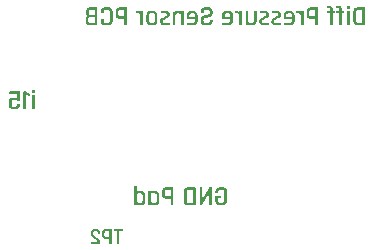
<source format=gbo>
G04*
G04 #@! TF.GenerationSoftware,Altium Limited,Altium Designer,24.1.2 (44)*
G04*
G04 Layer_Color=32896*
%FSLAX44Y44*%
%MOMM*%
G71*
G04*
G04 #@! TF.SameCoordinates,92EDBDDB-073E-4DD7-8E9B-4F7EAADC4A97*
G04*
G04*
G04 #@! TF.FilePolarity,Positive*
G04*
G01*
G75*
G36*
X150281Y39279D02*
X150744Y39187D01*
X151137Y39048D01*
X151461Y38909D01*
X151716Y38770D01*
X151901Y38631D01*
X151993Y38539D01*
X152040Y38516D01*
X152294Y38192D01*
X152502Y37845D01*
X152641Y37474D01*
X152734Y37127D01*
X152780Y36803D01*
X152803Y36549D01*
X152826Y36456D01*
Y36387D01*
Y36340D01*
Y36317D01*
Y35554D01*
X152803Y35438D01*
X152780Y35345D01*
X152734Y35299D01*
X152664Y35253D01*
X152549Y35207D01*
X151230D01*
X151114Y35230D01*
X151045Y35253D01*
X150952Y35392D01*
X150906Y35508D01*
Y35531D01*
Y35554D01*
Y36271D01*
X150883Y36549D01*
X150859Y36757D01*
X150813Y36942D01*
X150744Y37104D01*
X150674Y37220D01*
X150628Y37289D01*
X150605Y37336D01*
X150582Y37359D01*
X150443Y37474D01*
X150258Y37544D01*
X149911Y37636D01*
X149749Y37659D01*
X149610Y37683D01*
X148546D01*
X148291Y37659D01*
X148060Y37613D01*
X147851Y37544D01*
X147689Y37474D01*
X147550Y37359D01*
X147435Y37243D01*
X147250Y36988D01*
X147134Y36711D01*
X147088Y36502D01*
X147065Y36410D01*
Y36340D01*
Y36294D01*
Y36271D01*
Y35623D01*
X147111Y35276D01*
X147203Y34952D01*
X147365Y34651D01*
X147527Y34397D01*
X147712Y34189D01*
X147874Y34050D01*
X147967Y33934D01*
X148013Y33911D01*
X151716Y30903D01*
X151901Y30741D01*
X152063Y30579D01*
X152317Y30232D01*
X152502Y29885D01*
X152618Y29584D01*
X152711Y29283D01*
X152734Y29075D01*
X152757Y28982D01*
Y28913D01*
Y28890D01*
Y28867D01*
Y27062D01*
X152734Y26946D01*
X152688Y26876D01*
X152572Y26784D01*
X152433Y26738D01*
X145514D01*
X145399Y26761D01*
X145306Y26784D01*
X145260Y26830D01*
X145213Y26900D01*
X145167Y27015D01*
Y27039D01*
Y27062D01*
Y28103D01*
X145190Y28219D01*
X145213Y28288D01*
X145329Y28381D01*
X145468Y28427D01*
X150605D01*
Y29052D01*
X150582Y29237D01*
X150535Y29399D01*
X150466Y29561D01*
X150373Y29676D01*
X150304Y29792D01*
X150235Y29862D01*
X150188Y29908D01*
X150165Y29931D01*
X146394Y33008D01*
X146185Y33194D01*
X146000Y33402D01*
X145838Y33610D01*
X145699Y33818D01*
X145491Y34235D01*
X145352Y34628D01*
X145283Y34975D01*
X145260Y35114D01*
X145237Y35253D01*
X145213Y35369D01*
Y35438D01*
Y35484D01*
Y35508D01*
Y36317D01*
X145237Y36826D01*
X145329Y37266D01*
X145468Y37636D01*
X145607Y37960D01*
X145769Y38192D01*
X145885Y38377D01*
X145977Y38469D01*
X146023Y38516D01*
X146347Y38770D01*
X146694Y38978D01*
X147065Y39117D01*
X147435Y39210D01*
X147759Y39256D01*
X148013Y39302D01*
X149772D01*
X150281Y39279D01*
D02*
G37*
G36*
X172078D02*
X172171Y39256D01*
X172240Y39210D01*
X172286Y39140D01*
X172333Y39025D01*
Y39002D01*
Y38978D01*
Y37983D01*
X172310Y37868D01*
X172263Y37798D01*
X172148Y37706D01*
X172009Y37659D01*
X169510D01*
X169394Y37636D01*
X169325Y37567D01*
X169302Y37474D01*
Y37451D01*
Y27062D01*
X169278Y26946D01*
X169255Y26876D01*
X169116Y26784D01*
X169001Y26738D01*
X167728D01*
X167612Y26761D01*
X167520Y26784D01*
X167474Y26830D01*
X167427Y26900D01*
X167381Y27015D01*
Y27039D01*
Y27062D01*
Y37451D01*
X167358Y37567D01*
X167265Y37636D01*
X167196Y37659D01*
X164720D01*
X164604Y37683D01*
X164512Y37706D01*
X164442Y37752D01*
X164396Y37821D01*
X164350Y37937D01*
Y37960D01*
Y37983D01*
Y38978D01*
X164373Y39094D01*
X164396Y39163D01*
X164535Y39256D01*
X164650Y39302D01*
X171963D01*
X172078Y39279D01*
D02*
G37*
G36*
X162452D02*
X162545Y39256D01*
X162591Y39210D01*
X162637Y39140D01*
X162684Y39025D01*
Y39002D01*
Y38978D01*
Y27062D01*
X162661Y26946D01*
X162637Y26876D01*
X162499Y26784D01*
X162383Y26738D01*
X161110D01*
X160994Y26761D01*
X160925Y26784D01*
X160833Y26900D01*
X160786Y27015D01*
Y27039D01*
Y27062D01*
Y31019D01*
X160740Y31134D01*
X160671Y31180D01*
X160601Y31204D01*
X157686D01*
X157177Y31250D01*
X156737Y31342D01*
X156343Y31458D01*
X156043Y31620D01*
X155788Y31759D01*
X155603Y31898D01*
X155511Y31990D01*
X155464Y32013D01*
X155187Y32337D01*
X155001Y32708D01*
X154863Y33078D01*
X154747Y33425D01*
X154701Y33749D01*
X154677Y34003D01*
X154654Y34096D01*
Y34165D01*
Y34212D01*
Y34235D01*
Y36271D01*
X154677Y36780D01*
X154770Y37243D01*
X154909Y37613D01*
X155048Y37937D01*
X155210Y38192D01*
X155325Y38377D01*
X155418Y38469D01*
X155464Y38516D01*
X155788Y38770D01*
X156135Y38978D01*
X156505Y39117D01*
X156876Y39210D01*
X157200Y39256D01*
X157454Y39302D01*
X162337D01*
X162452Y39279D01*
D02*
G37*
G36*
X247080Y74737D02*
X247191Y74709D01*
X247246Y74654D01*
X247302Y74570D01*
X247357Y74432D01*
Y74404D01*
Y74376D01*
Y60079D01*
X247330Y59940D01*
X247302Y59857D01*
X247135Y59745D01*
X246996Y59690D01*
X245497D01*
X245358Y59718D01*
X245275Y59745D01*
X245164Y59884D01*
X245109Y60023D01*
Y60051D01*
Y60079D01*
Y70156D01*
X244998D01*
X239362Y60051D01*
X239279Y59940D01*
X239167Y59857D01*
X238973Y59745D01*
X238806Y59690D01*
X237474D01*
X237335Y59718D01*
X237252Y59745D01*
X237141Y59884D01*
X237085Y60023D01*
Y60051D01*
Y60079D01*
Y74376D01*
X237113Y74515D01*
X237141Y74598D01*
X237280Y74709D01*
X237418Y74765D01*
X238945D01*
X239084Y74737D01*
X239167Y74709D01*
X239279Y74570D01*
X239334Y74432D01*
Y74404D01*
Y74376D01*
Y64299D01*
X239445D01*
X245109Y74515D01*
X245247Y74654D01*
X245414Y74737D01*
X245581Y74765D01*
X246941D01*
X247080Y74737D01*
D02*
G37*
G36*
X257324D02*
X257879Y74626D01*
X258323Y74460D01*
X258712Y74293D01*
X259017Y74126D01*
X259240Y73960D01*
X259351Y73849D01*
X259406Y73821D01*
X259711Y73432D01*
X259961Y73016D01*
X260128Y72544D01*
X260239Y72127D01*
X260294Y71739D01*
X260322Y71406D01*
X260350Y71295D01*
Y71211D01*
Y71156D01*
Y71128D01*
Y63327D01*
X260322Y62716D01*
X260211Y62189D01*
X260045Y61717D01*
X259878Y61328D01*
X259711Y61023D01*
X259545Y60800D01*
X259434Y60689D01*
X259406Y60634D01*
X259017Y60328D01*
X258573Y60079D01*
X258129Y59912D01*
X257713Y59801D01*
X257324Y59745D01*
X256991Y59718D01*
X256880Y59690D01*
X254215D01*
X253604Y59718D01*
X253076Y59829D01*
X252604Y59995D01*
X252216Y60162D01*
X251910Y60328D01*
X251688Y60495D01*
X251577Y60606D01*
X251522Y60634D01*
X251189Y61023D01*
X250966Y61467D01*
X250800Y61911D01*
X250661Y62355D01*
X250606Y62744D01*
X250578Y63049D01*
X250550Y63160D01*
Y63244D01*
Y63299D01*
Y63327D01*
Y67269D01*
X250578Y67436D01*
X250633Y67547D01*
X250716Y67658D01*
X250800Y67713D01*
X250966Y67769D01*
X254992D01*
X255131Y67741D01*
X255242Y67713D01*
X255297Y67630D01*
X255353Y67575D01*
X255408Y67408D01*
Y67380D01*
Y67352D01*
Y66159D01*
X255381Y66020D01*
X255353Y65936D01*
X255186Y65825D01*
X255047Y65770D01*
X253104D01*
X252938Y65742D01*
X252854Y65659D01*
X252826Y65548D01*
Y65520D01*
Y63410D01*
X252854Y63105D01*
X252910Y62827D01*
X252993Y62605D01*
X253076Y62411D01*
X253215Y62244D01*
X253354Y62077D01*
X253659Y61883D01*
X253993Y61744D01*
X254242Y61689D01*
X254353Y61661D01*
X256380D01*
X256685Y61689D01*
X256935Y61744D01*
X257157Y61828D01*
X257352Y61939D01*
X257518Y62077D01*
X257657Y62216D01*
X257851Y62550D01*
X257990Y62855D01*
X258046Y63133D01*
X258074Y63244D01*
Y63327D01*
Y63382D01*
Y63410D01*
Y71045D01*
X258046Y71350D01*
X257990Y71628D01*
X257907Y71850D01*
X257796Y72044D01*
X257685Y72238D01*
X257546Y72377D01*
X257213Y72572D01*
X256908Y72710D01*
X256630Y72766D01*
X256547Y72794D01*
X254520D01*
X254215Y72766D01*
X253965Y72710D01*
X253743Y72627D01*
X253548Y72516D01*
X253382Y72377D01*
X253243Y72238D01*
X253048Y71933D01*
X252910Y71600D01*
X252854Y71322D01*
X252826Y71211D01*
Y71128D01*
Y71073D01*
Y71045D01*
Y70295D01*
X252799Y70156D01*
X252771Y70045D01*
X252715Y69990D01*
X252632Y69934D01*
X252493Y69879D01*
X250966D01*
X250828Y69907D01*
X250716Y69934D01*
X250661Y70017D01*
X250606Y70101D01*
X250550Y70240D01*
Y70267D01*
Y70295D01*
Y71128D01*
X250578Y71739D01*
X250689Y72294D01*
X250855Y72738D01*
X251022Y73127D01*
X251216Y73432D01*
X251355Y73654D01*
X251466Y73765D01*
X251522Y73821D01*
X251910Y74126D01*
X252327Y74376D01*
X252799Y74543D01*
X253215Y74654D01*
X253604Y74709D01*
X253937Y74765D01*
X256713D01*
X257324Y74737D01*
D02*
G37*
G36*
X233393D02*
X233504Y74709D01*
X233559Y74654D01*
X233615Y74570D01*
X233671Y74432D01*
Y74404D01*
Y74376D01*
Y60079D01*
X233643Y59940D01*
X233615Y59857D01*
X233448Y59745D01*
X233310Y59690D01*
X227480D01*
X226869Y59718D01*
X226341Y59829D01*
X225869Y59995D01*
X225481Y60162D01*
X225175Y60328D01*
X224953Y60495D01*
X224842Y60606D01*
X224787Y60634D01*
X224454Y61023D01*
X224231Y61467D01*
X224065Y61911D01*
X223926Y62355D01*
X223871Y62744D01*
X223843Y63049D01*
X223815Y63160D01*
Y63244D01*
Y63299D01*
Y63327D01*
Y71128D01*
X223843Y71739D01*
X223954Y72294D01*
X224120Y72738D01*
X224287Y73127D01*
X224481Y73432D01*
X224620Y73654D01*
X224731Y73765D01*
X224787Y73821D01*
X225175Y74126D01*
X225620Y74376D01*
X226064Y74543D01*
X226508Y74654D01*
X226896Y74709D01*
X227202Y74765D01*
X233254D01*
X233393Y74737D01*
D02*
G37*
G36*
X214764D02*
X214876Y74709D01*
X214931Y74654D01*
X214987Y74570D01*
X215042Y74432D01*
Y74404D01*
Y74376D01*
Y60079D01*
X215014Y59940D01*
X214987Y59857D01*
X214820Y59745D01*
X214681Y59690D01*
X213154D01*
X213015Y59718D01*
X212932Y59745D01*
X212821Y59884D01*
X212766Y60023D01*
Y60051D01*
Y60079D01*
Y64826D01*
X212710Y64965D01*
X212627Y65020D01*
X212544Y65048D01*
X209046D01*
X208435Y65104D01*
X207907Y65215D01*
X207435Y65353D01*
X207074Y65548D01*
X206769Y65714D01*
X206547Y65881D01*
X206436Y65992D01*
X206380Y66020D01*
X206047Y66409D01*
X205825Y66853D01*
X205658Y67297D01*
X205520Y67713D01*
X205464Y68102D01*
X205436Y68407D01*
X205409Y68518D01*
Y68602D01*
Y68657D01*
Y68685D01*
Y71128D01*
X205436Y71739D01*
X205547Y72294D01*
X205714Y72738D01*
X205881Y73127D01*
X206075Y73432D01*
X206214Y73654D01*
X206325Y73765D01*
X206380Y73821D01*
X206769Y74126D01*
X207185Y74376D01*
X207630Y74543D01*
X208074Y74654D01*
X208462Y74709D01*
X208768Y74765D01*
X214626D01*
X214764Y74737D01*
D02*
G37*
G36*
X200078Y71628D02*
X200606Y71517D01*
X201078Y71350D01*
X201466Y71184D01*
X201772Y70989D01*
X201994Y70850D01*
X202105Y70739D01*
X202160Y70684D01*
X202466Y70295D01*
X202716Y69879D01*
X202882Y69434D01*
X202993Y68990D01*
X203049Y68602D01*
X203077Y68296D01*
X203104Y68185D01*
Y68102D01*
Y68046D01*
Y68019D01*
Y63327D01*
X203077Y62716D01*
X202966Y62189D01*
X202799Y61717D01*
X202632Y61328D01*
X202466Y61023D01*
X202299Y60800D01*
X202188Y60689D01*
X202160Y60634D01*
X201772Y60328D01*
X201328Y60079D01*
X200883Y59912D01*
X200439Y59801D01*
X200051Y59745D01*
X199745Y59718D01*
X199634Y59690D01*
X198551D01*
X198218Y59718D01*
X197913Y59745D01*
X197663Y59801D01*
X197413Y59884D01*
X196997Y60079D01*
X196663Y60301D01*
X196441Y60523D01*
X196275Y60717D01*
X196192Y60856D01*
X196164Y60911D01*
X196080D01*
Y60079D01*
X196053Y59940D01*
X196025Y59857D01*
X195858Y59745D01*
X195720Y59690D01*
X194193D01*
X194054Y59718D01*
X193943Y59745D01*
X193887Y59801D01*
X193832Y59884D01*
X193776Y60023D01*
Y60051D01*
Y60079D01*
Y71267D01*
X193804Y71406D01*
X193832Y71489D01*
X193971Y71600D01*
X194137Y71656D01*
X199468D01*
X200078Y71628D01*
D02*
G37*
G36*
X183671Y76153D02*
X183754Y76125D01*
X183865Y75986D01*
X183921Y75848D01*
Y75820D01*
Y75792D01*
Y70406D01*
X184032D01*
X184143Y70628D01*
X184282Y70823D01*
X184615Y71128D01*
X185003Y71350D01*
X185392Y71489D01*
X185753Y71600D01*
X186086Y71628D01*
X186197Y71656D01*
X187585D01*
X188196Y71628D01*
X188696Y71517D01*
X189168Y71350D01*
X189529Y71184D01*
X189806Y71017D01*
X190028Y70850D01*
X190139Y70739D01*
X190195Y70712D01*
X190500Y70323D01*
X190695Y69907D01*
X190861Y69434D01*
X190972Y69018D01*
X191028Y68629D01*
X191056Y68296D01*
X191083Y68185D01*
Y68102D01*
Y68046D01*
Y68019D01*
Y63327D01*
X191056Y62716D01*
X190944Y62161D01*
X190806Y61717D01*
X190639Y61328D01*
X190473Y61023D01*
X190334Y60800D01*
X190223Y60689D01*
X190195Y60634D01*
X189806Y60328D01*
X189390Y60079D01*
X188973Y59912D01*
X188557Y59801D01*
X188168Y59745D01*
X187863Y59718D01*
X187752Y59690D01*
X186364D01*
X186031Y59718D01*
X185753Y59745D01*
X185226Y59884D01*
X184837Y60079D01*
X184531Y60301D01*
X184282Y60523D01*
X184143Y60717D01*
X184060Y60856D01*
X184032Y60911D01*
X183921D01*
Y60079D01*
X183893Y59940D01*
X183865Y59857D01*
X183726Y59745D01*
X183587Y59690D01*
X182033D01*
X181894Y59718D01*
X181811Y59745D01*
X181700Y59884D01*
X181644Y60023D01*
Y60051D01*
Y60079D01*
Y75792D01*
X181672Y75931D01*
X181700Y76014D01*
X181838Y76125D01*
X181977Y76181D01*
X183532D01*
X183671Y76153D01*
D02*
G37*
G36*
X97540Y157405D02*
X97623Y157378D01*
X97734Y157266D01*
X97790Y157128D01*
Y157100D01*
Y157072D01*
Y154934D01*
X97762Y154796D01*
X97734Y154684D01*
X97679Y154629D01*
X97596Y154573D01*
X97457Y154518D01*
X95874D01*
X95763Y154546D01*
X95652Y154573D01*
X95569Y154740D01*
X95513Y154879D01*
Y154907D01*
Y154934D01*
Y157072D01*
X95541Y157183D01*
X95569Y157294D01*
X95680Y157378D01*
X95819Y157433D01*
X97401D01*
X97540Y157405D01*
D02*
G37*
G36*
X89989Y156017D02*
X90239Y155934D01*
X90322Y155878D01*
X90405Y155823D01*
X90461Y155795D01*
X90489D01*
X92932Y154324D01*
X93043Y154240D01*
X93126Y154157D01*
X93209Y153963D01*
X93265Y153824D01*
Y153796D01*
Y153768D01*
Y152380D01*
X93237Y152241D01*
X93181Y152158D01*
X93126Y152103D01*
X92876D01*
X92821Y152130D01*
X92793D01*
X90239Y153630D01*
Y141359D01*
X90211Y141220D01*
X90183Y141137D01*
X90017Y141025D01*
X89878Y140970D01*
X88295D01*
X88184Y140998D01*
X88073Y141025D01*
X87990Y141164D01*
X87934Y141303D01*
Y141331D01*
Y141359D01*
Y155656D01*
X87962Y155795D01*
X87990Y155878D01*
X88129Y155989D01*
X88268Y156045D01*
X89739D01*
X89989Y156017D01*
D02*
G37*
G36*
X84575D02*
X84686Y155989D01*
X84742Y155934D01*
X84797Y155850D01*
X84853Y155712D01*
Y155684D01*
Y155656D01*
Y148272D01*
X84825Y148133D01*
X84797Y148049D01*
X84631Y147938D01*
X84492Y147883D01*
X82965D01*
X82826Y147910D01*
X82687Y147966D01*
X82493Y148160D01*
X82382Y148355D01*
X82326Y148410D01*
Y148438D01*
X82243Y148549D01*
X82104Y148660D01*
X82021Y148743D01*
X81966Y148771D01*
X81716Y148882D01*
X81466Y148910D01*
X81355Y148938D01*
X79745D01*
X79384Y148910D01*
X79106Y148882D01*
X78856Y148799D01*
X78662Y148716D01*
X78523Y148632D01*
X78440Y148577D01*
X78384Y148521D01*
X78356Y148494D01*
X78218Y148299D01*
X78107Y148077D01*
X78051Y147827D01*
X77996Y147577D01*
X77968Y147355D01*
X77940Y147161D01*
Y147050D01*
Y146994D01*
Y144607D01*
X77968Y144302D01*
X78023Y144052D01*
X78107Y143829D01*
X78218Y143635D01*
X78329Y143469D01*
X78495Y143330D01*
X78801Y143135D01*
X79106Y142997D01*
X79384Y142941D01*
X79495Y142913D01*
X81022D01*
X81327Y142941D01*
X81577Y142997D01*
X81799Y143080D01*
X81993Y143191D01*
X82160Y143302D01*
X82299Y143441D01*
X82493Y143774D01*
X82632Y144079D01*
X82687Y144357D01*
X82715Y144440D01*
Y144524D01*
Y144579D01*
Y144607D01*
Y145218D01*
X82743Y145356D01*
X82771Y145468D01*
X82826Y145523D01*
X82909Y145578D01*
X83048Y145634D01*
X84575D01*
X84714Y145606D01*
X84825Y145578D01*
X84881Y145495D01*
X84936Y145440D01*
X84992Y145273D01*
Y145245D01*
Y145218D01*
Y144607D01*
X84964Y143996D01*
X84853Y143469D01*
X84686Y142997D01*
X84520Y142608D01*
X84353Y142303D01*
X84186Y142080D01*
X84075Y141969D01*
X84048Y141914D01*
X83659Y141608D01*
X83215Y141359D01*
X82771Y141192D01*
X82326Y141081D01*
X81938Y141025D01*
X81632Y140998D01*
X81521Y140970D01*
X79356D01*
X78745Y140998D01*
X78218Y141109D01*
X77746Y141275D01*
X77357Y141442D01*
X77052Y141608D01*
X76830Y141775D01*
X76719Y141886D01*
X76663Y141914D01*
X76330Y142303D01*
X76108Y142747D01*
X75941Y143191D01*
X75802Y143635D01*
X75747Y144024D01*
X75719Y144329D01*
X75691Y144440D01*
Y144524D01*
Y144579D01*
Y144607D01*
Y147327D01*
X75719Y147938D01*
X75830Y148466D01*
X75969Y148910D01*
X76136Y149271D01*
X76330Y149549D01*
X76469Y149743D01*
X76580Y149882D01*
X76607Y149909D01*
X76968Y150215D01*
X77385Y150437D01*
X77801Y150576D01*
X78218Y150687D01*
X78606Y150742D01*
X78912Y150798D01*
X80577D01*
X81105Y150742D01*
X81549Y150631D01*
X81882Y150437D01*
X82132Y150243D01*
X82326Y150021D01*
X82465Y149826D01*
X82521Y149715D01*
X82549Y149660D01*
Y153907D01*
X76469D01*
X76330Y153935D01*
X76219Y153963D01*
X76163Y154046D01*
X76108Y154129D01*
X76052Y154268D01*
Y154296D01*
Y154324D01*
Y155656D01*
X76080Y155795D01*
X76108Y155878D01*
X76247Y155989D01*
X76413Y156045D01*
X84436D01*
X84575Y156017D01*
D02*
G37*
G36*
X97540Y152908D02*
X97623Y152880D01*
X97734Y152741D01*
X97790Y152602D01*
Y152575D01*
Y152547D01*
Y141359D01*
X97762Y141220D01*
X97734Y141137D01*
X97596Y141025D01*
X97457Y140970D01*
X95736D01*
X95652Y140998D01*
X95625Y141025D01*
X95597D01*
X95541Y141109D01*
X95513Y141220D01*
Y141331D01*
Y141359D01*
Y152547D01*
X95541Y152686D01*
X95569Y152769D01*
X95708Y152880D01*
X95847Y152935D01*
X97401D01*
X97540Y152908D01*
D02*
G37*
G36*
X364003Y228525D02*
X364086Y228498D01*
X364197Y228386D01*
X364253Y228248D01*
Y228220D01*
Y228192D01*
Y226054D01*
X364225Y225916D01*
X364197Y225805D01*
X364142Y225749D01*
X364058Y225693D01*
X363920Y225638D01*
X362337D01*
X362226Y225666D01*
X362115Y225693D01*
X362032Y225860D01*
X361976Y225999D01*
Y226027D01*
Y226054D01*
Y228192D01*
X362004Y228303D01*
X362032Y228414D01*
X362143Y228498D01*
X362282Y228553D01*
X363864D01*
X364003Y228525D01*
D02*
G37*
G36*
X223332Y224028D02*
X223415Y224000D01*
X223526Y223861D01*
X223582Y223722D01*
Y223695D01*
Y223667D01*
Y212479D01*
X223554Y212340D01*
X223526Y212257D01*
X223387Y212146D01*
X223249Y212090D01*
X221722D01*
X221583Y212118D01*
X221472Y212146D01*
X221416Y212201D01*
X221361Y212284D01*
X221305Y212423D01*
Y212451D01*
Y212479D01*
Y220058D01*
X221278Y220419D01*
X221222Y220724D01*
X221139Y220974D01*
X221000Y221224D01*
X220861Y221418D01*
X220695Y221557D01*
X220528Y221696D01*
X220334Y221807D01*
X220000Y221946D01*
X219695Y222029D01*
X219556Y222057D01*
X218279D01*
X217974Y222029D01*
X217724Y221973D01*
X217474Y221890D01*
X217280Y221779D01*
X217113Y221640D01*
X216974Y221501D01*
X216780Y221196D01*
X216641Y220863D01*
X216586Y220585D01*
X216558Y220474D01*
Y220391D01*
Y220335D01*
Y220308D01*
Y212479D01*
X216530Y212340D01*
X216502Y212257D01*
X216364Y212146D01*
X216225Y212090D01*
X214698D01*
X214559Y212118D01*
X214448Y212146D01*
X214365Y212201D01*
X214309Y212284D01*
X214254Y212423D01*
Y212451D01*
Y212479D01*
Y220419D01*
X214281Y221029D01*
X214393Y221585D01*
X214531Y222029D01*
X214698Y222418D01*
X214892Y222723D01*
X215031Y222945D01*
X215142Y223056D01*
X215170Y223112D01*
X215558Y223417D01*
X215975Y223667D01*
X216419Y223833D01*
X216835Y223944D01*
X217224Y224000D01*
X217530Y224056D01*
X219168D01*
X219445Y224000D01*
X219973Y223861D01*
X220389Y223667D01*
X220695Y223445D01*
X220944Y223195D01*
X221111Y223001D01*
X221194Y222862D01*
X221222Y222834D01*
Y222806D01*
X221305D01*
Y223667D01*
X221333Y223806D01*
X221361Y223889D01*
X221500Y224000D01*
X221666Y224056D01*
X223193D01*
X223332Y224028D01*
D02*
G37*
G36*
X324886D02*
X324969Y224000D01*
X325080Y223861D01*
X325136Y223722D01*
Y223695D01*
Y223667D01*
Y212479D01*
X325108Y212340D01*
X325080Y212257D01*
X324941Y212146D01*
X324803Y212090D01*
X323276D01*
X323137Y212118D01*
X323026Y212146D01*
X322970Y212201D01*
X322915Y212284D01*
X322859Y212423D01*
Y212451D01*
Y212479D01*
Y219919D01*
X322832Y220308D01*
X322776Y220613D01*
X322693Y220918D01*
X322554Y221168D01*
X322415Y221363D01*
X322249Y221529D01*
X322054Y221668D01*
X321888Y221779D01*
X321527Y221946D01*
X321221Y222029D01*
X321083Y222057D01*
X319361D01*
X319278Y222084D01*
X319167Y222223D01*
X319111Y222390D01*
Y222418D01*
Y222445D01*
Y223667D01*
X319139Y223806D01*
X319167Y223889D01*
X319306Y224000D01*
X319445Y224056D01*
X320361D01*
X320666Y224028D01*
X320944Y224000D01*
X321194Y223944D01*
X321416Y223889D01*
X321610Y223806D01*
X321749Y223750D01*
X321832Y223722D01*
X321860Y223695D01*
X322082Y223556D01*
X322276Y223417D01*
X322443Y223250D01*
X322554Y223112D01*
X322665Y222973D01*
X322721Y222862D01*
X322776Y222778D01*
Y222751D01*
X322859D01*
Y223667D01*
X322887Y223806D01*
X322915Y223889D01*
X323054Y224000D01*
X323220Y224056D01*
X324747D01*
X324886Y224028D01*
D02*
G37*
G36*
X272832D02*
X272915Y224000D01*
X273026Y223861D01*
X273082Y223722D01*
Y223695D01*
Y223667D01*
Y212479D01*
X273054Y212340D01*
X273026Y212257D01*
X272887Y212146D01*
X272749Y212090D01*
X271222D01*
X271083Y212118D01*
X270972Y212146D01*
X270916Y212201D01*
X270861Y212284D01*
X270805Y212423D01*
Y212451D01*
Y212479D01*
Y219919D01*
X270777Y220308D01*
X270722Y220613D01*
X270639Y220918D01*
X270500Y221168D01*
X270361Y221363D01*
X270194Y221529D01*
X270000Y221668D01*
X269834Y221779D01*
X269473Y221946D01*
X269167Y222029D01*
X269028Y222057D01*
X267307D01*
X267224Y222084D01*
X267113Y222223D01*
X267057Y222390D01*
Y222418D01*
Y222445D01*
Y223667D01*
X267085Y223806D01*
X267113Y223889D01*
X267252Y224000D01*
X267390Y224056D01*
X268307D01*
X268612Y224028D01*
X268890Y224000D01*
X269139Y223944D01*
X269362Y223889D01*
X269556Y223806D01*
X269695Y223750D01*
X269778Y223722D01*
X269806Y223695D01*
X270028Y223556D01*
X270222Y223417D01*
X270389Y223250D01*
X270500Y223112D01*
X270611Y222973D01*
X270666Y222862D01*
X270722Y222778D01*
Y222751D01*
X270805D01*
Y223667D01*
X270833Y223806D01*
X270861Y223889D01*
X271000Y224000D01*
X271166Y224056D01*
X272693D01*
X272832Y224028D01*
D02*
G37*
G36*
X189101D02*
X189184Y224000D01*
X189295Y223861D01*
X189351Y223722D01*
Y223695D01*
Y223667D01*
Y212479D01*
X189323Y212340D01*
X189295Y212257D01*
X189157Y212146D01*
X189018Y212090D01*
X187491D01*
X187352Y212118D01*
X187241Y212146D01*
X187185Y212201D01*
X187130Y212284D01*
X187075Y212423D01*
Y212451D01*
Y212479D01*
Y219919D01*
X187047Y220308D01*
X186991Y220613D01*
X186908Y220918D01*
X186769Y221168D01*
X186630Y221363D01*
X186464Y221529D01*
X186269Y221668D01*
X186103Y221779D01*
X185742Y221946D01*
X185436Y222029D01*
X185298Y222057D01*
X183576D01*
X183493Y222084D01*
X183382Y222223D01*
X183327Y222390D01*
Y222418D01*
Y222445D01*
Y223667D01*
X183354Y223806D01*
X183382Y223889D01*
X183521Y224000D01*
X183660Y224056D01*
X184576D01*
X184881Y224028D01*
X185159Y224000D01*
X185409Y223944D01*
X185631Y223889D01*
X185825Y223806D01*
X185964Y223750D01*
X186047Y223722D01*
X186075Y223695D01*
X186297Y223556D01*
X186491Y223417D01*
X186658Y223250D01*
X186769Y223112D01*
X186880Y222973D01*
X186936Y222862D01*
X186991Y222778D01*
Y222751D01*
X187075D01*
Y223667D01*
X187102Y223806D01*
X187130Y223889D01*
X187269Y224000D01*
X187435Y224056D01*
X188962D01*
X189101Y224028D01*
D02*
G37*
G36*
X285103D02*
X285186Y224000D01*
X285297Y223861D01*
X285353Y223722D01*
Y223695D01*
Y223667D01*
Y215727D01*
X285325Y215116D01*
X285214Y214561D01*
X285075Y214117D01*
X284908Y213728D01*
X284742Y213423D01*
X284603Y213200D01*
X284492Y213089D01*
X284464Y213034D01*
X284076Y212729D01*
X283659Y212479D01*
X283243Y212312D01*
X282826Y212201D01*
X282438Y212146D01*
X282132Y212118D01*
X282021Y212090D01*
X280800D01*
X280466Y212118D01*
X280189Y212146D01*
X279661Y212284D01*
X279273Y212479D01*
X278940Y212701D01*
X278717Y212923D01*
X278551Y213117D01*
X278468Y213256D01*
X278440Y213312D01*
X278329D01*
Y212479D01*
X278301Y212340D01*
X278273Y212257D01*
X278134Y212146D01*
X277996Y212090D01*
X276469D01*
X276330Y212118D01*
X276219Y212146D01*
X276163Y212201D01*
X276108Y212284D01*
X276052Y212423D01*
Y212451D01*
Y212479D01*
Y223667D01*
X276080Y223806D01*
X276108Y223889D01*
X276247Y224000D01*
X276413Y224056D01*
X277940D01*
X278079Y224028D01*
X278162Y224000D01*
X278273Y223861D01*
X278329Y223722D01*
Y223695D01*
Y223667D01*
Y216060D01*
X278357Y215699D01*
X278412Y215394D01*
X278495Y215144D01*
X278634Y214894D01*
X278773Y214700D01*
X278940Y214561D01*
X279106Y214422D01*
X279300Y214311D01*
X279661Y214172D01*
X279967Y214089D01*
X280106D01*
X280189Y214061D01*
X281383D01*
X281688Y214089D01*
X281938Y214144D01*
X282160Y214228D01*
X282354Y214339D01*
X282521Y214478D01*
X282660Y214616D01*
X282854Y214949D01*
X282993Y215255D01*
X283048Y215532D01*
X283076Y215644D01*
Y215727D01*
Y215782D01*
Y215810D01*
Y223667D01*
X283104Y223806D01*
X283132Y223889D01*
X283270Y224000D01*
X283437Y224056D01*
X284964D01*
X285103Y224028D01*
D02*
G37*
G36*
X160450Y227137D02*
X161006Y227026D01*
X161450Y226859D01*
X161839Y226693D01*
X162144Y226526D01*
X162366Y226360D01*
X162477Y226249D01*
X162533Y226221D01*
X162838Y225832D01*
X163088Y225416D01*
X163255Y224944D01*
X163365Y224527D01*
X163421Y224139D01*
X163449Y223806D01*
X163477Y223695D01*
Y223611D01*
Y223556D01*
Y223528D01*
Y215727D01*
X163449Y215116D01*
X163338Y214589D01*
X163171Y214117D01*
X163005Y213728D01*
X162838Y213423D01*
X162672Y213200D01*
X162560Y213089D01*
X162533Y213034D01*
X162144Y212729D01*
X161700Y212479D01*
X161256Y212312D01*
X160839Y212201D01*
X160450Y212146D01*
X160117Y212118D01*
X160006Y212090D01*
X157119D01*
X156508Y212118D01*
X155981Y212229D01*
X155509Y212395D01*
X155148Y212562D01*
X154843Y212729D01*
X154620Y212895D01*
X154509Y213006D01*
X154454Y213034D01*
X154121Y213423D01*
X153899Y213867D01*
X153732Y214311D01*
X153593Y214755D01*
X153538Y215144D01*
X153510Y215449D01*
X153482Y215560D01*
Y215644D01*
Y215699D01*
Y215727D01*
Y216837D01*
X153510Y216976D01*
X153538Y217087D01*
X153621Y217143D01*
X153677Y217198D01*
X153843Y217254D01*
X155370D01*
X155509Y217226D01*
X155620Y217198D01*
X155675Y217115D01*
X155731Y217059D01*
X155787Y216893D01*
Y216865D01*
Y216837D01*
Y215810D01*
X155814Y215505D01*
X155870Y215227D01*
X155953Y215005D01*
X156036Y214811D01*
X156175Y214644D01*
X156314Y214478D01*
X156619Y214283D01*
X156952Y214144D01*
X157202Y214089D01*
X157313Y214061D01*
X159507D01*
X159812Y214089D01*
X160062Y214144D01*
X160284Y214228D01*
X160478Y214339D01*
X160645Y214478D01*
X160784Y214616D01*
X160978Y214949D01*
X161117Y215255D01*
X161172Y215532D01*
X161200Y215644D01*
Y215727D01*
Y215782D01*
Y215810D01*
Y223445D01*
X161172Y223750D01*
X161117Y224028D01*
X161033Y224250D01*
X160923Y224444D01*
X160811Y224639D01*
X160673Y224777D01*
X160340Y224972D01*
X160034Y225110D01*
X159756Y225166D01*
X159673Y225194D01*
X157480D01*
X157175Y225166D01*
X156925Y225110D01*
X156703Y225027D01*
X156508Y224916D01*
X156342Y224777D01*
X156203Y224639D01*
X156009Y224333D01*
X155870Y224000D01*
X155814Y223722D01*
X155787Y223611D01*
Y223528D01*
Y223472D01*
Y223445D01*
Y222418D01*
X155759Y222279D01*
X155731Y222168D01*
X155648Y222112D01*
X155564Y222057D01*
X155426Y222001D01*
X153899D01*
X153760Y222029D01*
X153649Y222057D01*
X153593Y222140D01*
X153538Y222223D01*
X153482Y222362D01*
Y222390D01*
Y222418D01*
Y223528D01*
X153510Y224139D01*
X153621Y224694D01*
X153788Y225138D01*
X153954Y225527D01*
X154149Y225832D01*
X154287Y226054D01*
X154398Y226165D01*
X154454Y226221D01*
X154843Y226526D01*
X155259Y226776D01*
X155703Y226943D01*
X156147Y227054D01*
X156536Y227109D01*
X156841Y227165D01*
X159840D01*
X160450Y227137D01*
D02*
G37*
G36*
X376912D02*
X377023Y227109D01*
X377079Y227054D01*
X377135Y226971D01*
X377190Y226832D01*
Y226804D01*
Y226776D01*
Y212479D01*
X377162Y212340D01*
X377135Y212257D01*
X376968Y212146D01*
X376829Y212090D01*
X370999D01*
X370388Y212118D01*
X369861Y212229D01*
X369389Y212395D01*
X369000Y212562D01*
X368695Y212729D01*
X368473Y212895D01*
X368362Y213006D01*
X368306Y213034D01*
X367973Y213423D01*
X367751Y213867D01*
X367584Y214311D01*
X367445Y214755D01*
X367390Y215144D01*
X367362Y215449D01*
X367334Y215560D01*
Y215644D01*
Y215699D01*
Y215727D01*
Y223528D01*
X367362Y224139D01*
X367473Y224694D01*
X367640Y225138D01*
X367806Y225527D01*
X368001Y225832D01*
X368139Y226054D01*
X368251Y226165D01*
X368306Y226221D01*
X368695Y226526D01*
X369139Y226776D01*
X369583Y226943D01*
X370027Y227054D01*
X370416Y227109D01*
X370721Y227165D01*
X376774D01*
X376912Y227137D01*
D02*
G37*
G36*
X364003Y224028D02*
X364086Y224000D01*
X364197Y223861D01*
X364253Y223722D01*
Y223695D01*
Y223667D01*
Y212479D01*
X364225Y212340D01*
X364197Y212257D01*
X364058Y212146D01*
X363920Y212090D01*
X362198D01*
X362115Y212118D01*
X362087Y212146D01*
X362060D01*
X362004Y212229D01*
X361976Y212340D01*
Y212451D01*
Y212479D01*
Y223667D01*
X362004Y223806D01*
X362032Y223889D01*
X362171Y224000D01*
X362309Y224056D01*
X363864D01*
X364003Y224028D01*
D02*
G37*
G36*
X354925Y228553D02*
X355452Y228442D01*
X355896Y228275D01*
X356257Y228109D01*
X356563Y227942D01*
X356757Y227776D01*
X356868Y227665D01*
X356924Y227637D01*
X357229Y227248D01*
X357423Y226832D01*
X357590Y226388D01*
X357701Y225971D01*
X357757Y225582D01*
X357784Y225249D01*
X357812Y225138D01*
Y225055D01*
Y224999D01*
Y224972D01*
Y224278D01*
X357868Y224139D01*
X357951Y224083D01*
X358034Y224056D01*
X359478D01*
X359561Y224028D01*
X359617Y224000D01*
X359644Y223972D01*
X359700Y223889D01*
X359728Y223778D01*
Y223695D01*
Y223667D01*
Y222445D01*
X359700Y222306D01*
X359672Y222223D01*
X359506Y222112D01*
X359367Y222057D01*
X358090D01*
X357923Y222029D01*
X357840Y221946D01*
X357812Y221862D01*
Y221835D01*
Y212479D01*
X357784Y212340D01*
X357757Y212257D01*
X357618Y212146D01*
X357479Y212090D01*
X355952D01*
X355813Y212118D01*
X355702Y212146D01*
X355619Y212201D01*
X355563Y212284D01*
X355508Y212423D01*
Y212451D01*
Y212479D01*
Y221835D01*
X355480Y221973D01*
X355397Y222029D01*
X355313Y222057D01*
X353315D01*
X353176Y222084D01*
X353065Y222112D01*
X353009Y222168D01*
X352954Y222251D01*
X352898Y222390D01*
Y222418D01*
Y222445D01*
Y223667D01*
X352926Y223806D01*
X352954Y223889D01*
X353092Y224000D01*
X353259Y224056D01*
X355286D01*
X355424Y224083D01*
X355480Y224167D01*
X355508Y224250D01*
Y224278D01*
Y224861D01*
X355480Y225194D01*
X355452Y225444D01*
X355397Y225666D01*
X355341Y225860D01*
X355286Y225999D01*
X355230Y226082D01*
X355175Y226138D01*
Y226165D01*
X355036Y226304D01*
X354841Y226415D01*
X354647Y226471D01*
X354453Y226526D01*
X354258Y226554D01*
X354120Y226582D01*
X353287D01*
X353148Y226610D01*
X353065Y226637D01*
X352954Y226804D01*
X352898Y226943D01*
Y226971D01*
Y226998D01*
Y228220D01*
X352926Y228331D01*
X352954Y228442D01*
X353092Y228525D01*
X353231Y228581D01*
X354314D01*
X354925Y228553D01*
D02*
G37*
G36*
X347040D02*
X347568Y228442D01*
X348012Y228275D01*
X348373Y228109D01*
X348678Y227942D01*
X348873Y227776D01*
X348984Y227665D01*
X349039Y227637D01*
X349344Y227248D01*
X349539Y226832D01*
X349705Y226388D01*
X349817Y225971D01*
X349872Y225582D01*
X349900Y225249D01*
X349927Y225138D01*
Y225055D01*
Y224999D01*
Y224972D01*
Y224278D01*
X349983Y224139D01*
X350066Y224083D01*
X350150Y224056D01*
X351593D01*
X351676Y224028D01*
X351732Y224000D01*
X351760Y223972D01*
X351815Y223889D01*
X351843Y223778D01*
Y223695D01*
Y223667D01*
Y222445D01*
X351815Y222306D01*
X351788Y222223D01*
X351621Y222112D01*
X351482Y222057D01*
X350205D01*
X350039Y222029D01*
X349955Y221946D01*
X349927Y221862D01*
Y221835D01*
Y212479D01*
X349900Y212340D01*
X349872Y212257D01*
X349733Y212146D01*
X349594Y212090D01*
X348068D01*
X347929Y212118D01*
X347818Y212146D01*
X347734Y212201D01*
X347679Y212284D01*
X347623Y212423D01*
Y212451D01*
Y212479D01*
Y221835D01*
X347595Y221973D01*
X347512Y222029D01*
X347429Y222057D01*
X345430D01*
X345291Y222084D01*
X345180Y222112D01*
X345125Y222168D01*
X345069Y222251D01*
X345014Y222390D01*
Y222418D01*
Y222445D01*
Y223667D01*
X345041Y223806D01*
X345069Y223889D01*
X345208Y224000D01*
X345374Y224056D01*
X347401D01*
X347540Y224083D01*
X347595Y224167D01*
X347623Y224250D01*
Y224278D01*
Y224861D01*
X347595Y225194D01*
X347568Y225444D01*
X347512Y225666D01*
X347457Y225860D01*
X347401Y225999D01*
X347346Y226082D01*
X347290Y226138D01*
Y226165D01*
X347151Y226304D01*
X346957Y226415D01*
X346763Y226471D01*
X346568Y226526D01*
X346374Y226554D01*
X346235Y226582D01*
X345402D01*
X345263Y226610D01*
X345180Y226637D01*
X345069Y226804D01*
X345014Y226943D01*
Y226971D01*
Y226998D01*
Y228220D01*
X345041Y228331D01*
X345069Y228442D01*
X345208Y228525D01*
X345347Y228581D01*
X346429D01*
X347040Y228553D01*
D02*
G37*
G36*
X337046Y227137D02*
X337157Y227109D01*
X337212Y227054D01*
X337268Y226971D01*
X337323Y226832D01*
Y226804D01*
Y226776D01*
Y212479D01*
X337296Y212340D01*
X337268Y212257D01*
X337101Y212146D01*
X336963Y212090D01*
X335436D01*
X335297Y212118D01*
X335214Y212146D01*
X335103Y212284D01*
X335047Y212423D01*
Y212451D01*
Y212479D01*
Y217226D01*
X334991Y217365D01*
X334908Y217420D01*
X334825Y217448D01*
X331327D01*
X330716Y217504D01*
X330189Y217615D01*
X329717Y217754D01*
X329356Y217948D01*
X329050Y218114D01*
X328828Y218281D01*
X328717Y218392D01*
X328662Y218420D01*
X328329Y218808D01*
X328106Y219253D01*
X327940Y219697D01*
X327801Y220113D01*
X327746Y220502D01*
X327718Y220807D01*
X327690Y220918D01*
Y221002D01*
Y221057D01*
Y221085D01*
Y223528D01*
X327718Y224139D01*
X327829Y224694D01*
X327995Y225138D01*
X328162Y225527D01*
X328356Y225832D01*
X328495Y226054D01*
X328606Y226165D01*
X328662Y226221D01*
X329050Y226526D01*
X329467Y226776D01*
X329911Y226943D01*
X330355Y227054D01*
X330744Y227109D01*
X331049Y227165D01*
X336907D01*
X337046Y227137D01*
D02*
G37*
G36*
X314475Y224028D02*
X315003Y223917D01*
X315475Y223750D01*
X315863Y223584D01*
X316169Y223389D01*
X316391Y223250D01*
X316502Y223139D01*
X316557Y223084D01*
X316863Y222695D01*
X317113Y222279D01*
X317279Y221835D01*
X317390Y221390D01*
X317446Y221002D01*
X317474Y220696D01*
X317501Y220585D01*
Y220502D01*
Y220446D01*
Y220419D01*
Y215727D01*
X317474Y215116D01*
X317362Y214589D01*
X317196Y214117D01*
X317029Y213728D01*
X316863Y213423D01*
X316696Y213200D01*
X316585Y213089D01*
X316557Y213034D01*
X316169Y212729D01*
X315725Y212479D01*
X315280Y212312D01*
X314836Y212201D01*
X314447Y212146D01*
X314142Y212118D01*
X314031Y212090D01*
X308784D01*
X308645Y212118D01*
X308534Y212146D01*
X308479Y212201D01*
X308423Y212284D01*
X308368Y212395D01*
Y212423D01*
Y212451D01*
Y213617D01*
X308395Y213756D01*
X308423Y213867D01*
X308506Y213950D01*
X308562Y214006D01*
X308728Y214061D01*
X313531D01*
X313837Y214089D01*
X314086Y214144D01*
X314309Y214228D01*
X314503Y214339D01*
X314669Y214450D01*
X314808Y214589D01*
X315003Y214922D01*
X315142Y215227D01*
X315197Y215505D01*
X315225Y215588D01*
Y215671D01*
Y215727D01*
Y215755D01*
Y216782D01*
X315197Y216921D01*
X315086Y216976D01*
X315003Y217004D01*
X308673D01*
X308534Y217032D01*
X308423Y217059D01*
X308368Y217143D01*
X308312Y217226D01*
X308256Y217365D01*
Y217393D01*
Y217420D01*
Y220419D01*
X308284Y221029D01*
X308395Y221557D01*
X308562Y222029D01*
X308728Y222390D01*
X308923Y222695D01*
X309062Y222917D01*
X309173Y223028D01*
X309228Y223084D01*
X309617Y223417D01*
X310061Y223639D01*
X310505Y223806D01*
X310949Y223944D01*
X311338Y224000D01*
X311643Y224028D01*
X311754Y224056D01*
X313864D01*
X314475Y224028D01*
D02*
G37*
G36*
X303426D02*
X303953Y223917D01*
X304398Y223778D01*
X304786Y223584D01*
X305119Y223361D01*
X305369Y223112D01*
X305591Y222834D01*
X305786Y222556D01*
X305924Y222251D01*
X306035Y222001D01*
X306091Y221723D01*
X306147Y221501D01*
X306174Y221307D01*
X306202Y221168D01*
Y221057D01*
Y221029D01*
X306174Y220641D01*
X306119Y220280D01*
X306035Y219974D01*
X305924Y219725D01*
X305841Y219503D01*
X305758Y219364D01*
X305702Y219253D01*
X305675Y219225D01*
X305452Y218975D01*
X305175Y218753D01*
X304869Y218559D01*
X304592Y218364D01*
X304342Y218225D01*
X304120Y218114D01*
X303981Y218031D01*
X303926Y218003D01*
X301371Y216782D01*
X301010Y216588D01*
X300733Y216338D01*
X300539Y216115D01*
X300400Y215866D01*
X300317Y215671D01*
X300289Y215505D01*
X300261Y215394D01*
Y215338D01*
Y215061D01*
X300289Y214866D01*
X300317Y214700D01*
X300511Y214450D01*
X300733Y214256D01*
X301010Y214144D01*
X301316Y214061D01*
X301538Y214033D01*
X301732Y214006D01*
X305730D01*
X305869Y213978D01*
X305952Y213950D01*
X306063Y213811D01*
X306119Y213672D01*
Y213645D01*
Y213617D01*
Y212479D01*
X306091Y212340D01*
X306063Y212257D01*
X305924Y212146D01*
X305786Y212090D01*
X301399D01*
X300788Y212118D01*
X300233Y212229D01*
X299789Y212368D01*
X299373Y212562D01*
X299039Y212784D01*
X298762Y213062D01*
X298512Y213312D01*
X298345Y213617D01*
X298207Y213895D01*
X298095Y214172D01*
X298012Y214422D01*
X297957Y214644D01*
X297929Y214839D01*
X297901Y214977D01*
Y215088D01*
Y215116D01*
X297929Y215532D01*
X297984Y215921D01*
X298040Y216254D01*
X298123Y216532D01*
X298234Y216754D01*
X298290Y216893D01*
X298345Y217004D01*
X298373Y217032D01*
X298567Y217309D01*
X298817Y217559D01*
X299095Y217781D01*
X299373Y217976D01*
X299622Y218114D01*
X299844Y218225D01*
X299983Y218309D01*
X300011Y218337D01*
X300039D01*
X302621Y219641D01*
X302843Y219752D01*
X303009Y219863D01*
X303315Y220086D01*
X303509Y220308D01*
X303676Y220502D01*
X303759Y220669D01*
X303787Y220835D01*
X303815Y220918D01*
Y220946D01*
Y221224D01*
X303787Y221363D01*
X303759Y221501D01*
X303620Y221696D01*
X303509Y221807D01*
X303481Y221862D01*
X303454D01*
X303287Y221946D01*
X303120Y222001D01*
X302759Y222084D01*
X302621Y222112D01*
X298928D01*
X298817Y222140D01*
X298706Y222168D01*
X298623Y222306D01*
X298567Y222445D01*
Y222473D01*
Y222501D01*
Y223667D01*
X298595Y223806D01*
X298623Y223889D01*
X298734Y224000D01*
X298873Y224056D01*
X302843D01*
X303426Y224028D01*
D02*
G37*
G36*
X293209D02*
X293737Y223917D01*
X294181Y223778D01*
X294570Y223584D01*
X294903Y223361D01*
X295153Y223112D01*
X295375Y222834D01*
X295569Y222556D01*
X295708Y222251D01*
X295819Y222001D01*
X295875Y221723D01*
X295930Y221501D01*
X295958Y221307D01*
X295986Y221168D01*
Y221057D01*
Y221029D01*
X295958Y220641D01*
X295902Y220280D01*
X295819Y219974D01*
X295708Y219725D01*
X295625Y219503D01*
X295541Y219364D01*
X295486Y219253D01*
X295458Y219225D01*
X295236Y218975D01*
X294958Y218753D01*
X294653Y218559D01*
X294375Y218364D01*
X294125Y218225D01*
X293903Y218114D01*
X293765Y218031D01*
X293709Y218003D01*
X291155Y216782D01*
X290794Y216588D01*
X290516Y216338D01*
X290322Y216115D01*
X290183Y215866D01*
X290100Y215671D01*
X290072Y215505D01*
X290044Y215394D01*
Y215338D01*
Y215061D01*
X290072Y214866D01*
X290100Y214700D01*
X290294Y214450D01*
X290516Y214256D01*
X290794Y214144D01*
X291099Y214061D01*
X291322Y214033D01*
X291516Y214006D01*
X295514D01*
X295652Y213978D01*
X295736Y213950D01*
X295847Y213811D01*
X295902Y213672D01*
Y213645D01*
Y213617D01*
Y212479D01*
X295875Y212340D01*
X295847Y212257D01*
X295708Y212146D01*
X295569Y212090D01*
X291183D01*
X290572Y212118D01*
X290017Y212229D01*
X289573Y212368D01*
X289156Y212562D01*
X288823Y212784D01*
X288545Y213062D01*
X288295Y213312D01*
X288129Y213617D01*
X287990Y213895D01*
X287879Y214172D01*
X287796Y214422D01*
X287740Y214644D01*
X287712Y214839D01*
X287685Y214977D01*
Y215088D01*
Y215116D01*
X287712Y215532D01*
X287768Y215921D01*
X287824Y216254D01*
X287907Y216532D01*
X288018Y216754D01*
X288073Y216893D01*
X288129Y217004D01*
X288157Y217032D01*
X288351Y217309D01*
X288601Y217559D01*
X288878Y217781D01*
X289156Y217976D01*
X289406Y218114D01*
X289628Y218225D01*
X289767Y218309D01*
X289795Y218337D01*
X289822D01*
X292404Y219641D01*
X292626Y219752D01*
X292793Y219863D01*
X293098Y220086D01*
X293293Y220308D01*
X293459Y220502D01*
X293542Y220669D01*
X293570Y220835D01*
X293598Y220918D01*
Y220946D01*
Y221224D01*
X293570Y221363D01*
X293542Y221501D01*
X293404Y221696D01*
X293293Y221807D01*
X293265Y221862D01*
X293237D01*
X293071Y221946D01*
X292904Y222001D01*
X292543Y222084D01*
X292404Y222112D01*
X288712D01*
X288601Y222140D01*
X288490Y222168D01*
X288407Y222306D01*
X288351Y222445D01*
Y222473D01*
Y222501D01*
Y223667D01*
X288379Y223806D01*
X288407Y223889D01*
X288517Y224000D01*
X288656Y224056D01*
X292626D01*
X293209Y224028D01*
D02*
G37*
G36*
X262421D02*
X262948Y223917D01*
X263421Y223750D01*
X263809Y223584D01*
X264115Y223389D01*
X264337Y223250D01*
X264448Y223139D01*
X264503Y223084D01*
X264809Y222695D01*
X265058Y222279D01*
X265225Y221835D01*
X265336Y221390D01*
X265392Y221002D01*
X265419Y220696D01*
X265447Y220585D01*
Y220502D01*
Y220446D01*
Y220419D01*
Y215727D01*
X265419Y215116D01*
X265308Y214589D01*
X265142Y214117D01*
X264975Y213728D01*
X264809Y213423D01*
X264642Y213200D01*
X264531Y213089D01*
X264503Y213034D01*
X264115Y212729D01*
X263670Y212479D01*
X263226Y212312D01*
X262782Y212201D01*
X262393Y212146D01*
X262088Y212118D01*
X261977Y212090D01*
X256730D01*
X256591Y212118D01*
X256480Y212146D01*
X256424Y212201D01*
X256369Y212284D01*
X256313Y212395D01*
Y212423D01*
Y212451D01*
Y213617D01*
X256341Y213756D01*
X256369Y213867D01*
X256452Y213950D01*
X256508Y214006D01*
X256674Y214061D01*
X261477D01*
X261782Y214089D01*
X262032Y214144D01*
X262255Y214228D01*
X262449Y214339D01*
X262615Y214450D01*
X262754Y214589D01*
X262948Y214922D01*
X263087Y215227D01*
X263143Y215505D01*
X263171Y215588D01*
Y215671D01*
Y215727D01*
Y215755D01*
Y216782D01*
X263143Y216921D01*
X263032Y216976D01*
X262948Y217004D01*
X256619D01*
X256480Y217032D01*
X256369Y217059D01*
X256313Y217143D01*
X256258Y217226D01*
X256202Y217365D01*
Y217393D01*
Y217420D01*
Y220419D01*
X256230Y221029D01*
X256341Y221557D01*
X256508Y222029D01*
X256674Y222390D01*
X256869Y222695D01*
X257007Y222917D01*
X257118Y223028D01*
X257174Y223084D01*
X257563Y223417D01*
X258007Y223639D01*
X258451Y223806D01*
X258895Y223944D01*
X259284Y224000D01*
X259589Y224028D01*
X259700Y224056D01*
X261810D01*
X262421Y224028D01*
D02*
G37*
G36*
X245042Y227137D02*
X245569Y227026D01*
X246041Y226859D01*
X246430Y226693D01*
X246735Y226499D01*
X246957Y226360D01*
X247069Y226249D01*
X247124Y226193D01*
X247457Y225805D01*
X247679Y225360D01*
X247846Y224916D01*
X247985Y224500D01*
X248040Y224111D01*
X248068Y223806D01*
X248096Y223695D01*
Y223611D01*
Y223556D01*
Y223528D01*
Y222529D01*
X248068Y222057D01*
X248013Y221640D01*
X247901Y221279D01*
X247790Y220946D01*
X247707Y220696D01*
X247596Y220530D01*
X247540Y220391D01*
X247513Y220363D01*
X247291Y220086D01*
X247041Y219836D01*
X246819Y219641D01*
X246597Y219475D01*
X246402Y219364D01*
X246236Y219280D01*
X246125Y219253D01*
X246097Y219225D01*
X245458Y219003D01*
X245153Y218920D01*
X244875Y218836D01*
X244625Y218753D01*
X244431Y218725D01*
X244320Y218670D01*
X244265D01*
X243876Y218586D01*
X243543Y218531D01*
X243237Y218447D01*
X242960Y218420D01*
X242710Y218364D01*
X242543Y218337D01*
X242432Y218309D01*
X242404D01*
X242099Y218253D01*
X241821Y218170D01*
X241572Y218059D01*
X241350Y217976D01*
X241183Y217864D01*
X241072Y217809D01*
X240989Y217754D01*
X240961Y217726D01*
X240767Y217559D01*
X240628Y217365D01*
X240517Y217171D01*
X240461Y216976D01*
X240406Y216810D01*
X240378Y216671D01*
Y216588D01*
Y216560D01*
Y216032D01*
X240406Y215671D01*
X240461Y215338D01*
X240517Y215088D01*
X240600Y214866D01*
X240711Y214700D01*
X240767Y214589D01*
X240822Y214533D01*
X240850Y214505D01*
X241044Y214366D01*
X241266Y214256D01*
X241488Y214172D01*
X241738Y214117D01*
X241960Y214089D01*
X242127Y214061D01*
X243904D01*
X244265Y214089D01*
X244570Y214144D01*
X244820Y214200D01*
X245014Y214283D01*
X245181Y214366D01*
X245292Y214450D01*
X245347Y214478D01*
X245375Y214505D01*
X245514Y214700D01*
X245625Y214922D01*
X245681Y215144D01*
X245736Y215394D01*
X245764Y215588D01*
X245791Y215755D01*
Y215866D01*
Y215921D01*
Y216338D01*
X245819Y216476D01*
X245847Y216588D01*
X245903Y216643D01*
X245986Y216698D01*
X246125Y216754D01*
X247707D01*
X247846Y216726D01*
X247929Y216698D01*
X248040Y216560D01*
X248096Y216393D01*
Y216365D01*
Y216338D01*
Y215727D01*
X248040Y215116D01*
X247929Y214589D01*
X247790Y214144D01*
X247596Y213756D01*
X247430Y213450D01*
X247263Y213228D01*
X247152Y213117D01*
X247124Y213062D01*
X246708Y212729D01*
X246264Y212506D01*
X245819Y212340D01*
X245375Y212201D01*
X244986Y212146D01*
X244681Y212118D01*
X244570Y212090D01*
X241766D01*
X241155Y212146D01*
X240628Y212257D01*
X240184Y212395D01*
X239795Y212590D01*
X239489Y212756D01*
X239267Y212923D01*
X239156Y213034D01*
X239101Y213062D01*
X238768Y213450D01*
X238518Y213895D01*
X238351Y214339D01*
X238212Y214755D01*
X238157Y215144D01*
X238129Y215449D01*
X238101Y215560D01*
Y215644D01*
Y215699D01*
Y215727D01*
Y216643D01*
X238129Y217059D01*
X238157Y217420D01*
X238240Y217754D01*
X238323Y218031D01*
X238407Y218253D01*
X238462Y218420D01*
X238518Y218531D01*
X238546Y218559D01*
X238712Y218836D01*
X238906Y219086D01*
X239073Y219280D01*
X239267Y219447D01*
X239406Y219586D01*
X239545Y219669D01*
X239628Y219725D01*
X239656Y219752D01*
X240184Y220002D01*
X240433Y220113D01*
X240655Y220197D01*
X240850Y220280D01*
X241016Y220335D01*
X241127Y220363D01*
X241155D01*
X241738Y220530D01*
X242016Y220585D01*
X242266Y220641D01*
X242460Y220669D01*
X242627Y220696D01*
X242738Y220724D01*
X242765D01*
X243348Y220807D01*
X243598Y220863D01*
X243820Y220918D01*
X244015Y220946D01*
X244153Y220974D01*
X244237Y221002D01*
X244265D01*
X244542Y221085D01*
X244764Y221168D01*
X244959Y221279D01*
X245153Y221390D01*
X245431Y221640D01*
X245597Y221862D01*
X245708Y222084D01*
X245764Y222279D01*
X245791Y222390D01*
Y222445D01*
Y223167D01*
X245764Y223556D01*
X245736Y223889D01*
X245653Y224139D01*
X245569Y224361D01*
X245514Y224527D01*
X245431Y224639D01*
X245403Y224694D01*
X245375Y224722D01*
X245181Y224888D01*
X244959Y224999D01*
X244709Y225083D01*
X244459Y225138D01*
X244265Y225166D01*
X244070Y225194D01*
X242432D01*
X242071Y225166D01*
X241794Y225138D01*
X241544Y225055D01*
X241322Y224972D01*
X241183Y224888D01*
X241072Y224833D01*
X241016Y224777D01*
X240989Y224750D01*
X240850Y224555D01*
X240739Y224333D01*
X240655Y224111D01*
X240600Y223861D01*
X240572Y223639D01*
X240544Y223472D01*
Y223361D01*
Y223306D01*
Y223001D01*
X240517Y222862D01*
X240489Y222778D01*
X240350Y222667D01*
X240211Y222612D01*
X238657D01*
X238518Y222640D01*
X238407Y222667D01*
X238351Y222723D01*
X238296Y222806D01*
X238240Y222945D01*
Y222973D01*
Y223001D01*
Y223528D01*
X238296Y224139D01*
X238407Y224666D01*
X238546Y225110D01*
X238740Y225499D01*
X238934Y225805D01*
X239073Y226027D01*
X239184Y226138D01*
X239240Y226193D01*
X239628Y226526D01*
X240072Y226748D01*
X240517Y226915D01*
X240961Y227054D01*
X241350Y227109D01*
X241655Y227137D01*
X241766Y227165D01*
X244431D01*
X245042Y227137D01*
D02*
G37*
G36*
X232382Y224028D02*
X232910Y223917D01*
X233382Y223750D01*
X233771Y223584D01*
X234076Y223389D01*
X234298Y223250D01*
X234409Y223139D01*
X234464Y223084D01*
X234770Y222695D01*
X235020Y222279D01*
X235186Y221835D01*
X235297Y221390D01*
X235353Y221002D01*
X235381Y220696D01*
X235408Y220585D01*
Y220502D01*
Y220446D01*
Y220419D01*
Y215727D01*
X235381Y215116D01*
X235270Y214589D01*
X235103Y214117D01*
X234937Y213728D01*
X234770Y213423D01*
X234603Y213200D01*
X234492Y213089D01*
X234464Y213034D01*
X234076Y212729D01*
X233632Y212479D01*
X233188Y212312D01*
X232743Y212201D01*
X232355Y212146D01*
X232049Y212118D01*
X231938Y212090D01*
X226691D01*
X226552Y212118D01*
X226441Y212146D01*
X226386Y212201D01*
X226330Y212284D01*
X226275Y212395D01*
Y212423D01*
Y212451D01*
Y213617D01*
X226302Y213756D01*
X226330Y213867D01*
X226413Y213950D01*
X226469Y214006D01*
X226636Y214061D01*
X231438D01*
X231744Y214089D01*
X231994Y214144D01*
X232216Y214228D01*
X232410Y214339D01*
X232577Y214450D01*
X232715Y214589D01*
X232910Y214922D01*
X233049Y215227D01*
X233104Y215505D01*
X233132Y215588D01*
Y215671D01*
Y215727D01*
Y215755D01*
Y216782D01*
X233104Y216921D01*
X232993Y216976D01*
X232910Y217004D01*
X226580D01*
X226441Y217032D01*
X226330Y217059D01*
X226275Y217143D01*
X226219Y217226D01*
X226164Y217365D01*
Y217393D01*
Y217420D01*
Y220419D01*
X226191Y221029D01*
X226302Y221557D01*
X226469Y222029D01*
X226636Y222390D01*
X226830Y222695D01*
X226969Y222917D01*
X227080Y223028D01*
X227135Y223084D01*
X227524Y223417D01*
X227968Y223639D01*
X228412Y223806D01*
X228857Y223944D01*
X229245Y224000D01*
X229551Y224028D01*
X229662Y224056D01*
X231772D01*
X232382Y224028D01*
D02*
G37*
G36*
X209173D02*
X209701Y223917D01*
X210145Y223778D01*
X210534Y223584D01*
X210867Y223361D01*
X211117Y223112D01*
X211339Y222834D01*
X211533Y222556D01*
X211672Y222251D01*
X211783Y222001D01*
X211838Y221723D01*
X211894Y221501D01*
X211922Y221307D01*
X211949Y221168D01*
Y221057D01*
Y221029D01*
X211922Y220641D01*
X211866Y220280D01*
X211783Y219974D01*
X211672Y219725D01*
X211588Y219503D01*
X211505Y219364D01*
X211450Y219253D01*
X211422Y219225D01*
X211200Y218975D01*
X210922Y218753D01*
X210617Y218559D01*
X210339Y218364D01*
X210089Y218225D01*
X209867Y218114D01*
X209728Y218031D01*
X209673Y218003D01*
X207119Y216782D01*
X206758Y216588D01*
X206480Y216338D01*
X206286Y216115D01*
X206147Y215866D01*
X206064Y215671D01*
X206036Y215505D01*
X206008Y215394D01*
Y215338D01*
Y215061D01*
X206036Y214866D01*
X206064Y214700D01*
X206258Y214450D01*
X206480Y214256D01*
X206758Y214144D01*
X207063Y214061D01*
X207285Y214033D01*
X207480Y214006D01*
X211477D01*
X211616Y213978D01*
X211700Y213950D01*
X211811Y213811D01*
X211866Y213672D01*
Y213645D01*
Y213617D01*
Y212479D01*
X211838Y212340D01*
X211811Y212257D01*
X211672Y212146D01*
X211533Y212090D01*
X207146D01*
X206536Y212118D01*
X205980Y212229D01*
X205536Y212368D01*
X205120Y212562D01*
X204787Y212784D01*
X204509Y213062D01*
X204259Y213312D01*
X204093Y213617D01*
X203954Y213895D01*
X203843Y214172D01*
X203759Y214422D01*
X203704Y214644D01*
X203676Y214839D01*
X203648Y214977D01*
Y215088D01*
Y215116D01*
X203676Y215532D01*
X203732Y215921D01*
X203787Y216254D01*
X203871Y216532D01*
X203982Y216754D01*
X204037Y216893D01*
X204093Y217004D01*
X204120Y217032D01*
X204315Y217309D01*
X204565Y217559D01*
X204842Y217781D01*
X205120Y217976D01*
X205370Y218114D01*
X205592Y218225D01*
X205731Y218309D01*
X205758Y218337D01*
X205786D01*
X208368Y219641D01*
X208590Y219752D01*
X208757Y219863D01*
X209062Y220086D01*
X209256Y220308D01*
X209423Y220502D01*
X209506Y220669D01*
X209534Y220835D01*
X209562Y220918D01*
Y220946D01*
Y221224D01*
X209534Y221363D01*
X209506Y221501D01*
X209368Y221696D01*
X209256Y221807D01*
X209229Y221862D01*
X209201D01*
X209034Y221946D01*
X208868Y222001D01*
X208507Y222084D01*
X208368Y222112D01*
X204676D01*
X204565Y222140D01*
X204454Y222168D01*
X204370Y222306D01*
X204315Y222445D01*
Y222473D01*
Y222501D01*
Y223667D01*
X204342Y223806D01*
X204370Y223889D01*
X204481Y224000D01*
X204620Y224056D01*
X208590D01*
X209173Y224028D01*
D02*
G37*
G36*
X198429D02*
X198957Y223917D01*
X199429Y223750D01*
X199817Y223584D01*
X200123Y223389D01*
X200345Y223250D01*
X200456Y223139D01*
X200511Y223084D01*
X200817Y222695D01*
X201067Y222279D01*
X201233Y221835D01*
X201344Y221390D01*
X201400Y221002D01*
X201427Y220696D01*
X201455Y220585D01*
Y220502D01*
Y220446D01*
Y220419D01*
Y215727D01*
X201427Y215116D01*
X201317Y214589D01*
X201150Y214117D01*
X200983Y213728D01*
X200817Y213423D01*
X200650Y213200D01*
X200539Y213089D01*
X200511Y213034D01*
X200123Y212729D01*
X199678Y212479D01*
X199234Y212312D01*
X198790Y212201D01*
X198401Y212146D01*
X198096Y212118D01*
X197985Y212090D01*
X195736D01*
X195126Y212118D01*
X194598Y212229D01*
X194126Y212395D01*
X193737Y212562D01*
X193432Y212729D01*
X193210Y212895D01*
X193099Y213006D01*
X193043Y213034D01*
X192710Y213423D01*
X192488Y213867D01*
X192321Y214311D01*
X192183Y214755D01*
X192127Y215144D01*
X192099Y215449D01*
X192072Y215560D01*
Y215644D01*
Y215699D01*
Y215727D01*
Y220419D01*
X192099Y221029D01*
X192211Y221557D01*
X192377Y222029D01*
X192544Y222390D01*
X192738Y222695D01*
X192877Y222917D01*
X192988Y223028D01*
X193043Y223084D01*
X193432Y223417D01*
X193876Y223639D01*
X194320Y223806D01*
X194765Y223944D01*
X195153Y224000D01*
X195459Y224028D01*
X195570Y224056D01*
X197818D01*
X198429Y224028D01*
D02*
G37*
G36*
X175387Y227137D02*
X175498Y227109D01*
X175553Y227054D01*
X175609Y226971D01*
X175664Y226832D01*
Y226804D01*
Y226776D01*
Y212479D01*
X175636Y212340D01*
X175609Y212257D01*
X175442Y212146D01*
X175303Y212090D01*
X173776D01*
X173638Y212118D01*
X173554Y212146D01*
X173443Y212284D01*
X173388Y212423D01*
Y212451D01*
Y212479D01*
Y217226D01*
X173332Y217365D01*
X173249Y217420D01*
X173166Y217448D01*
X169668D01*
X169057Y217504D01*
X168529Y217615D01*
X168057Y217754D01*
X167696Y217948D01*
X167391Y218114D01*
X167169Y218281D01*
X167058Y218392D01*
X167002Y218420D01*
X166669Y218808D01*
X166447Y219253D01*
X166281Y219697D01*
X166142Y220113D01*
X166086Y220502D01*
X166059Y220807D01*
X166031Y220918D01*
Y221002D01*
Y221057D01*
Y221085D01*
Y223528D01*
X166059Y224139D01*
X166169Y224694D01*
X166336Y225138D01*
X166503Y225527D01*
X166697Y225832D01*
X166836Y226054D01*
X166947Y226165D01*
X167002Y226221D01*
X167391Y226526D01*
X167808Y226776D01*
X168252Y226943D01*
X168696Y227054D01*
X169084Y227109D01*
X169390Y227165D01*
X175248D01*
X175387Y227137D01*
D02*
G37*
G36*
X150289D02*
X150401Y227109D01*
X150456Y227054D01*
X150512Y226971D01*
X150567Y226832D01*
Y226804D01*
Y226776D01*
Y212479D01*
X150539Y212340D01*
X150512Y212257D01*
X150345Y212146D01*
X150206Y212090D01*
X144376D01*
X143765Y212118D01*
X143238Y212229D01*
X142766Y212368D01*
X142405Y212562D01*
X142100Y212729D01*
X141878Y212867D01*
X141767Y212978D01*
X141711Y213006D01*
X141378Y213395D01*
X141156Y213811D01*
X140989Y214256D01*
X140850Y214700D01*
X140795Y215088D01*
X140767Y215394D01*
X140739Y215505D01*
Y215588D01*
Y215644D01*
Y215671D01*
Y217171D01*
X140767Y217587D01*
X140823Y217948D01*
X140934Y218253D01*
X141045Y218531D01*
X141156Y218725D01*
X141267Y218892D01*
X141322Y218975D01*
X141350Y219003D01*
X141572Y219225D01*
X141822Y219419D01*
X142072Y219558D01*
X142322Y219669D01*
X142516Y219725D01*
X142683Y219780D01*
X142822Y219808D01*
X142849D01*
X142516Y219947D01*
X142211Y220086D01*
X141961Y220280D01*
X141739Y220474D01*
X141544Y220669D01*
X141406Y220891D01*
X141267Y221113D01*
X141184Y221335D01*
X141045Y221779D01*
X140961Y222112D01*
X140934Y222251D01*
Y222362D01*
Y222418D01*
Y222445D01*
Y223584D01*
X140961Y224194D01*
X141073Y224722D01*
X141239Y225166D01*
X141406Y225555D01*
X141600Y225832D01*
X141739Y226054D01*
X141850Y226165D01*
X141905Y226221D01*
X142294Y226526D01*
X142711Y226776D01*
X143182Y226943D01*
X143599Y227054D01*
X143988Y227109D01*
X144321Y227165D01*
X150151D01*
X150289Y227137D01*
D02*
G37*
%LPC*%
G36*
X160601Y37659D02*
X157963D01*
X157709Y37636D01*
X157500Y37590D01*
X157315Y37521D01*
X157153Y37428D01*
X157015Y37312D01*
X156922Y37197D01*
X156737Y36942D01*
X156644Y36665D01*
X156598Y36433D01*
X156575Y36340D01*
Y36271D01*
Y36225D01*
Y36202D01*
Y34351D01*
X156598Y34096D01*
X156644Y33865D01*
X156714Y33679D01*
X156783Y33517D01*
X156899Y33379D01*
X157015Y33240D01*
X157269Y33078D01*
X157524Y32962D01*
X157755Y32916D01*
X157824Y32893D01*
X160555D01*
X160694Y32916D01*
X160763Y32985D01*
X160786Y33055D01*
Y33078D01*
Y37451D01*
X160740Y37567D01*
X160671Y37636D01*
X160601Y37659D01*
D02*
G37*
G36*
X231172Y72794D02*
X227813D01*
X227507Y72766D01*
X227257Y72710D01*
X227035Y72627D01*
X226841Y72516D01*
X226674Y72377D01*
X226536Y72238D01*
X226341Y71933D01*
X226203Y71600D01*
X226147Y71322D01*
X226119Y71211D01*
Y71128D01*
Y71073D01*
Y71045D01*
Y63410D01*
X226147Y63105D01*
X226203Y62827D01*
X226286Y62605D01*
X226369Y62411D01*
X226508Y62244D01*
X226647Y62077D01*
X226952Y61883D01*
X227285Y61744D01*
X227535Y61689D01*
X227646Y61661D01*
X231116D01*
X231283Y61717D01*
X231366Y61800D01*
X231394Y61883D01*
Y61939D01*
Y72544D01*
X231339Y72683D01*
X231255Y72766D01*
X231172Y72794D01*
D02*
G37*
G36*
X212544D02*
X209379D01*
X209073Y72766D01*
X208823Y72710D01*
X208601Y72627D01*
X208407Y72516D01*
X208240Y72377D01*
X208129Y72238D01*
X207907Y71933D01*
X207796Y71600D01*
X207741Y71322D01*
X207713Y71211D01*
Y71128D01*
Y71073D01*
Y71045D01*
Y68824D01*
X207741Y68518D01*
X207796Y68241D01*
X207879Y68019D01*
X207963Y67824D01*
X208102Y67658D01*
X208240Y67491D01*
X208546Y67297D01*
X208851Y67158D01*
X209129Y67102D01*
X209212Y67075D01*
X212488D01*
X212654Y67102D01*
X212738Y67186D01*
X212766Y67269D01*
Y67297D01*
Y72544D01*
X212710Y72683D01*
X212627Y72766D01*
X212544Y72794D01*
D02*
G37*
G36*
X199301Y69657D02*
X196330D01*
X196192Y69629D01*
X196108Y69546D01*
X196080Y69462D01*
Y69434D01*
Y63660D01*
X196108Y63299D01*
X196164Y62994D01*
X196247Y62744D01*
X196386Y62494D01*
X196525Y62300D01*
X196691Y62161D01*
X196858Y62022D01*
X197024Y61911D01*
X197385Y61772D01*
X197691Y61689D01*
X197829D01*
X197913Y61661D01*
X199134D01*
X199440Y61689D01*
X199690Y61744D01*
X199912Y61828D01*
X200106Y61939D01*
X200273Y62077D01*
X200411Y62216D01*
X200606Y62550D01*
X200745Y62855D01*
X200800Y63133D01*
X200828Y63244D01*
Y63327D01*
Y63382D01*
Y63410D01*
Y67908D01*
X200800Y68213D01*
X200745Y68491D01*
X200661Y68713D01*
X200550Y68907D01*
X200439Y69101D01*
X200300Y69240D01*
X199967Y69434D01*
X199662Y69573D01*
X199384Y69629D01*
X199301Y69657D01*
D02*
G37*
G36*
X187280D02*
X185864D01*
X185531Y69629D01*
X185226Y69573D01*
X184976Y69462D01*
X184726Y69351D01*
X184559Y69185D01*
X184393Y69018D01*
X184254Y68851D01*
X184170Y68657D01*
X184032Y68296D01*
X183948Y67963D01*
X183921Y67852D01*
Y67741D01*
Y67685D01*
Y67658D01*
Y63660D01*
X183948Y63299D01*
X184004Y62994D01*
X184087Y62744D01*
X184226Y62494D01*
X184365Y62300D01*
X184531Y62161D01*
X184698Y62022D01*
X184892Y61911D01*
X185253Y61772D01*
X185559Y61689D01*
X185697D01*
X185781Y61661D01*
X187113D01*
X187419Y61689D01*
X187669Y61744D01*
X187891Y61828D01*
X188085Y61939D01*
X188252Y62077D01*
X188390Y62216D01*
X188585Y62550D01*
X188724Y62855D01*
X188779Y63133D01*
X188807Y63244D01*
Y63327D01*
Y63382D01*
Y63410D01*
Y67908D01*
X188779Y68213D01*
X188724Y68491D01*
X188640Y68713D01*
X188529Y68907D01*
X188418Y69101D01*
X188279Y69240D01*
X187946Y69434D01*
X187641Y69573D01*
X187363Y69629D01*
X187280Y69657D01*
D02*
G37*
G36*
X374691Y225194D02*
X371332D01*
X371027Y225166D01*
X370777Y225110D01*
X370555Y225027D01*
X370360Y224916D01*
X370194Y224777D01*
X370055Y224639D01*
X369861Y224333D01*
X369722Y224000D01*
X369666Y223722D01*
X369639Y223611D01*
Y223528D01*
Y223472D01*
Y223445D01*
Y215810D01*
X369666Y215505D01*
X369722Y215227D01*
X369805Y215005D01*
X369888Y214811D01*
X370027Y214644D01*
X370166Y214478D01*
X370471Y214283D01*
X370805Y214144D01*
X371055Y214089D01*
X371166Y214061D01*
X374636D01*
X374803Y214117D01*
X374886Y214200D01*
X374913Y214283D01*
Y214339D01*
Y224944D01*
X374858Y225083D01*
X374775Y225166D01*
X374691Y225194D01*
D02*
G37*
G36*
X334825D02*
X331660D01*
X331355Y225166D01*
X331105Y225110D01*
X330883Y225027D01*
X330688Y224916D01*
X330522Y224777D01*
X330411Y224639D01*
X330189Y224333D01*
X330078Y224000D01*
X330022Y223722D01*
X329994Y223611D01*
Y223528D01*
Y223472D01*
Y223445D01*
Y221224D01*
X330022Y220918D01*
X330078Y220641D01*
X330161Y220419D01*
X330244Y220224D01*
X330383Y220058D01*
X330522Y219891D01*
X330827Y219697D01*
X331133Y219558D01*
X331410Y219503D01*
X331493Y219475D01*
X334769D01*
X334936Y219503D01*
X335019Y219586D01*
X335047Y219669D01*
Y219697D01*
Y224944D01*
X334991Y225083D01*
X334908Y225166D01*
X334825Y225194D01*
D02*
G37*
G36*
X313670Y222057D02*
X312227D01*
X311921Y222029D01*
X311643Y222001D01*
X311421Y221918D01*
X311255Y221862D01*
X311116Y221779D01*
X311033Y221696D01*
X310977Y221668D01*
X310949Y221640D01*
X310811Y221474D01*
X310700Y221252D01*
X310644Y221057D01*
X310588Y220835D01*
X310561Y220641D01*
X310533Y220474D01*
Y220363D01*
Y220335D01*
Y218836D01*
X310561Y218697D01*
X310644Y218642D01*
X310755Y218614D01*
X314975D01*
X315114Y218642D01*
X315197Y218725D01*
X315225Y218808D01*
Y218836D01*
Y220335D01*
X315197Y220641D01*
X315169Y220918D01*
X315114Y221140D01*
X315030Y221335D01*
X314947Y221474D01*
X314892Y221557D01*
X314864Y221612D01*
X314836Y221640D01*
X314669Y221779D01*
X314447Y221890D01*
X314253Y221946D01*
X314031Y222001D01*
X313837Y222029D01*
X313670Y222057D01*
D02*
G37*
G36*
X261616D02*
X260172D01*
X259867Y222029D01*
X259589Y222001D01*
X259367Y221918D01*
X259201Y221862D01*
X259062Y221779D01*
X258979Y221696D01*
X258923Y221668D01*
X258895Y221640D01*
X258757Y221474D01*
X258645Y221252D01*
X258590Y221057D01*
X258534Y220835D01*
X258507Y220641D01*
X258479Y220474D01*
Y220363D01*
Y220335D01*
Y218836D01*
X258507Y218697D01*
X258590Y218642D01*
X258701Y218614D01*
X262921D01*
X263060Y218642D01*
X263143Y218725D01*
X263171Y218808D01*
Y218836D01*
Y220335D01*
X263143Y220641D01*
X263115Y220918D01*
X263060Y221140D01*
X262976Y221335D01*
X262893Y221474D01*
X262838Y221557D01*
X262810Y221612D01*
X262782Y221640D01*
X262615Y221779D01*
X262393Y221890D01*
X262199Y221946D01*
X261977Y222001D01*
X261782Y222029D01*
X261616Y222057D01*
D02*
G37*
G36*
X231577D02*
X230134D01*
X229828Y222029D01*
X229551Y222001D01*
X229328Y221918D01*
X229162Y221862D01*
X229023Y221779D01*
X228940Y221696D01*
X228884Y221668D01*
X228857Y221640D01*
X228718Y221474D01*
X228607Y221252D01*
X228551Y221057D01*
X228496Y220835D01*
X228468Y220641D01*
X228440Y220474D01*
Y220363D01*
Y220335D01*
Y218836D01*
X228468Y218697D01*
X228551Y218642D01*
X228662Y218614D01*
X232882D01*
X233021Y218642D01*
X233104Y218725D01*
X233132Y218808D01*
Y218836D01*
Y220335D01*
X233104Y220641D01*
X233076Y220918D01*
X233021Y221140D01*
X232938Y221335D01*
X232854Y221474D01*
X232799Y221557D01*
X232771Y221612D01*
X232743Y221640D01*
X232577Y221779D01*
X232355Y221890D01*
X232160Y221946D01*
X231938Y222001D01*
X231744Y222029D01*
X231577Y222057D01*
D02*
G37*
G36*
X197624D02*
X196042D01*
X195736Y222029D01*
X195486Y221973D01*
X195264Y221890D01*
X195070Y221779D01*
X194903Y221668D01*
X194765Y221501D01*
X194570Y221196D01*
X194431Y220891D01*
X194376Y220613D01*
X194348Y220502D01*
Y220419D01*
Y220363D01*
Y220335D01*
Y215782D01*
X194376Y215477D01*
X194431Y215227D01*
X194515Y214977D01*
X194598Y214783D01*
X194737Y214616D01*
X194876Y214478D01*
X195181Y214283D01*
X195514Y214144D01*
X195764Y214089D01*
X195875Y214061D01*
X197485D01*
X197791Y214089D01*
X198068Y214117D01*
X198290Y214200D01*
X198457Y214283D01*
X198624Y214339D01*
X198707Y214422D01*
X198762Y214450D01*
X198790Y214478D01*
X198929Y214644D01*
X199012Y214866D01*
X199123Y215283D01*
X199151Y215477D01*
X199179Y215644D01*
Y215755D01*
Y215782D01*
Y220335D01*
X199151Y220641D01*
X199123Y220918D01*
X199068Y221140D01*
X198984Y221335D01*
X198901Y221474D01*
X198846Y221557D01*
X198818Y221612D01*
X198790Y221640D01*
X198624Y221779D01*
X198401Y221890D01*
X198207Y221946D01*
X197985Y222001D01*
X197791Y222029D01*
X197624Y222057D01*
D02*
G37*
G36*
X173166Y225194D02*
X170001D01*
X169695Y225166D01*
X169445Y225110D01*
X169223Y225027D01*
X169029Y224916D01*
X168862Y224777D01*
X168751Y224639D01*
X168529Y224333D01*
X168418Y224000D01*
X168363Y223722D01*
X168335Y223611D01*
Y223528D01*
Y223472D01*
Y223445D01*
Y221224D01*
X168363Y220918D01*
X168418Y220641D01*
X168501Y220419D01*
X168585Y220224D01*
X168724Y220058D01*
X168862Y219891D01*
X169168Y219697D01*
X169473Y219558D01*
X169751Y219503D01*
X169834Y219475D01*
X173110D01*
X173277Y219503D01*
X173360Y219586D01*
X173388Y219669D01*
Y219697D01*
Y224944D01*
X173332Y225083D01*
X173249Y225166D01*
X173166Y225194D01*
D02*
G37*
G36*
X148069Y225222D02*
X144931D01*
X144626Y225194D01*
X144348Y225138D01*
X144126Y225055D01*
X143932Y224972D01*
X143738Y224833D01*
X143599Y224694D01*
X143405Y224389D01*
X143266Y224056D01*
X143210Y223806D01*
X143182Y223695D01*
Y223611D01*
Y223556D01*
Y223528D01*
Y222445D01*
X143210Y222140D01*
X143266Y221890D01*
X143349Y221668D01*
X143460Y221474D01*
X143599Y221307D01*
X143738Y221168D01*
X144071Y220974D01*
X144404Y220835D01*
X144682Y220780D01*
X144793Y220752D01*
X148013D01*
X148180Y220780D01*
X148263Y220863D01*
X148291Y220946D01*
Y220974D01*
Y224999D01*
X148235Y225138D01*
X148152Y225194D01*
X148069Y225222D01*
D02*
G37*
G36*
Y218864D02*
X144820D01*
X144487Y218836D01*
X144210Y218781D01*
X143960Y218697D01*
X143738Y218614D01*
X143571Y218475D01*
X143405Y218337D01*
X143182Y218031D01*
X143071Y217698D01*
X142988Y217448D01*
X142960Y217337D01*
Y217254D01*
Y217198D01*
Y217171D01*
Y215727D01*
X142988Y215422D01*
X143044Y215172D01*
X143127Y214949D01*
X143238Y214755D01*
X143377Y214589D01*
X143516Y214450D01*
X143849Y214256D01*
X144182Y214117D01*
X144459Y214061D01*
X144571Y214033D01*
X148013D01*
X148180Y214061D01*
X148263Y214144D01*
X148291Y214228D01*
Y214256D01*
Y218642D01*
X148235Y218781D01*
X148152Y218836D01*
X148069Y218864D01*
D02*
G37*
%LPD*%
M02*

</source>
